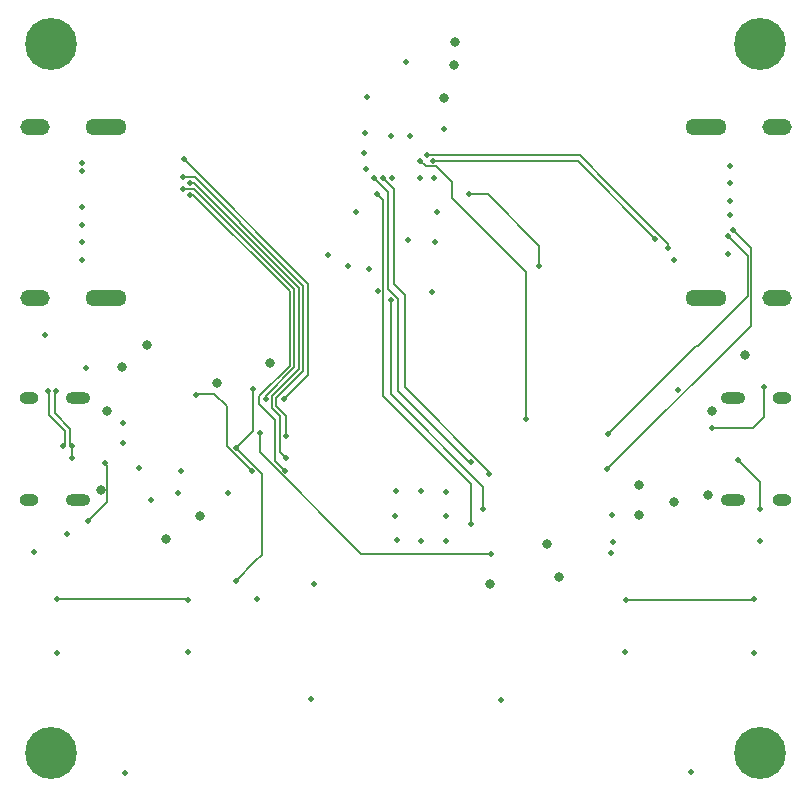
<source format=gbl>
G04 #@! TF.GenerationSoftware,KiCad,Pcbnew,8.0.4*
G04 #@! TF.CreationDate,2024-09-02T22:22:01-07:00*
G04 #@! TF.ProjectId,HDMI Breakout,48444d49-2042-4726-9561-6b6f75742e6b,rev?*
G04 #@! TF.SameCoordinates,Original*
G04 #@! TF.FileFunction,Copper,L4,Bot*
G04 #@! TF.FilePolarity,Positive*
%FSLAX46Y46*%
G04 Gerber Fmt 4.6, Leading zero omitted, Abs format (unit mm)*
G04 Created by KiCad (PCBNEW 8.0.4) date 2024-09-02 22:22:01*
%MOMM*%
%LPD*%
G01*
G04 APERTURE LIST*
G04 #@! TA.AperFunction,ComponentPad*
%ADD10O,3.500000X1.350000*%
G04 #@! TD*
G04 #@! TA.AperFunction,ComponentPad*
%ADD11O,2.500000X1.350000*%
G04 #@! TD*
G04 #@! TA.AperFunction,ComponentPad*
%ADD12O,2.100000X1.000000*%
G04 #@! TD*
G04 #@! TA.AperFunction,ComponentPad*
%ADD13O,1.600000X1.000000*%
G04 #@! TD*
G04 #@! TA.AperFunction,ComponentPad*
%ADD14C,4.400000*%
G04 #@! TD*
G04 #@! TA.AperFunction,ViaPad*
%ADD15C,0.500000*%
G04 #@! TD*
G04 #@! TA.AperFunction,ViaPad*
%ADD16C,0.800000*%
G04 #@! TD*
G04 #@! TA.AperFunction,Conductor*
%ADD17C,0.200000*%
G04 #@! TD*
G04 APERTURE END LIST*
D10*
X59624959Y-62012700D03*
D11*
X53624959Y-62012700D03*
D10*
X59624959Y-76512700D03*
D11*
X53624959Y-76512700D03*
D10*
X110415041Y-76467300D03*
D11*
X116415041Y-76467300D03*
D10*
X110415041Y-61967300D03*
D11*
X116415041Y-61967300D03*
D12*
X57280000Y-84930000D03*
D13*
X53100000Y-84930000D03*
D12*
X57280000Y-93570000D03*
D13*
X53100000Y-93570000D03*
D14*
X115000000Y-55000000D03*
X115000000Y-115000000D03*
D12*
X112720000Y-93570000D03*
D13*
X116900000Y-93570000D03*
D12*
X112720000Y-84930000D03*
D13*
X116900000Y-84930000D03*
D14*
X55000000Y-55000000D03*
X55000000Y-115000000D03*
D15*
X87490000Y-71720000D03*
X81510000Y-64180000D03*
D16*
X88290000Y-59580000D03*
D15*
X81910000Y-73980000D03*
X87440000Y-66340000D03*
X81680000Y-65560000D03*
X81760000Y-59460000D03*
X66550000Y-106480000D03*
X88390000Y-97020000D03*
D16*
X107730000Y-93740000D03*
D15*
X112310000Y-72750000D03*
X57630000Y-70270000D03*
X53510000Y-97950000D03*
D16*
X92190000Y-100680000D03*
X69010000Y-83660000D03*
D15*
X108050000Y-84250000D03*
X86220000Y-66330000D03*
X61050000Y-87020000D03*
X115040000Y-97060000D03*
X57590000Y-65750000D03*
X57920000Y-82390000D03*
X63430000Y-93610000D03*
X112440000Y-66760000D03*
X87650000Y-69210000D03*
X88420000Y-94960000D03*
X69950000Y-92950000D03*
X86300000Y-92800000D03*
X85250000Y-71560000D03*
X85010000Y-56500000D03*
D16*
X113770000Y-81300000D03*
D15*
X83820000Y-66350000D03*
X57630000Y-73250000D03*
X103580000Y-106480000D03*
D16*
X67570000Y-94950000D03*
X89110000Y-56740000D03*
D15*
X112450000Y-68250000D03*
X66000000Y-91110000D03*
X57630000Y-68750000D03*
X55450000Y-106500000D03*
X84120000Y-94960000D03*
X54460000Y-79650000D03*
D16*
X59710000Y-86070000D03*
D15*
X85390000Y-62730000D03*
D16*
X61010000Y-82290000D03*
D15*
X109200000Y-116590000D03*
X114470000Y-106510000D03*
X72410000Y-101990000D03*
X112450000Y-69450000D03*
X77280000Y-100680000D03*
X57630000Y-71750000D03*
X87280000Y-75960000D03*
X78430000Y-72830000D03*
X82692000Y-75870000D03*
X88390000Y-92870000D03*
D16*
X110980000Y-86060000D03*
D15*
X84260000Y-96980000D03*
X86300000Y-97070000D03*
D16*
X97960000Y-100080000D03*
D15*
X102460000Y-94860000D03*
X102410000Y-98100000D03*
D16*
X110570000Y-93130000D03*
X59180000Y-92770000D03*
D15*
X81550000Y-62480000D03*
X56340000Y-96470000D03*
X88280000Y-62200000D03*
X84190000Y-92840000D03*
X61220000Y-116680000D03*
X80840000Y-69210000D03*
X112440000Y-65260000D03*
X80150000Y-73760000D03*
X62410000Y-90900000D03*
X61090000Y-88790000D03*
X76980000Y-110460000D03*
D16*
X73540000Y-81950000D03*
D15*
X93080000Y-110490000D03*
X65730000Y-92950000D03*
X83790000Y-62740000D03*
X102540000Y-97120000D03*
D16*
X97010000Y-97300000D03*
X64760000Y-96840000D03*
D15*
X107750000Y-73250000D03*
D16*
X104740000Y-92300000D03*
X63140000Y-80430000D03*
X104750000Y-94810000D03*
D15*
X57620000Y-65040000D03*
D16*
X89160000Y-54840000D03*
D15*
X86250000Y-64870000D03*
X95180000Y-86730000D03*
X66200000Y-66250000D03*
X74850000Y-88200000D03*
X66210000Y-64750000D03*
X74680000Y-85000000D03*
X66190000Y-67260000D03*
X73180000Y-85020000D03*
X74850000Y-90000000D03*
X66770000Y-66760000D03*
X74830000Y-91090000D03*
X66720000Y-67750000D03*
X106140000Y-71440000D03*
X87290000Y-64890000D03*
X102160000Y-87980000D03*
X112320000Y-71240000D03*
X96310000Y-73750000D03*
X90390000Y-67710000D03*
X112750000Y-70740000D03*
X102090000Y-90980000D03*
X86850000Y-64410000D03*
X107230000Y-72250000D03*
X92090000Y-91370000D03*
X83090000Y-66340000D03*
X90510000Y-90365944D03*
X82360000Y-66330000D03*
X90550000Y-95580000D03*
X82619998Y-67680000D03*
X91580000Y-94320000D03*
X83749999Y-76640000D03*
X55530000Y-101990000D03*
X70650000Y-89180000D03*
X72120000Y-84150000D03*
X66550000Y-102010000D03*
X70660000Y-100400000D03*
X103640000Y-102010000D03*
X72670000Y-87880000D03*
X92230000Y-98130000D03*
X114470000Y-101970000D03*
X56010000Y-89000000D03*
X54695000Y-84310000D03*
X56750000Y-89000000D03*
X55445000Y-84310000D03*
X56750000Y-90000000D03*
X67240000Y-84660000D03*
X71960000Y-91110000D03*
X58100000Y-95390000D03*
X59540000Y-90460000D03*
X110940000Y-87500000D03*
X115330000Y-84040000D03*
X115030000Y-94360000D03*
X113170000Y-90190000D03*
D17*
X88920000Y-66670000D02*
X87580000Y-65330000D01*
X86710000Y-65330000D02*
X86250000Y-64870000D01*
X87580000Y-65330000D02*
X86710000Y-65330000D01*
X95180000Y-74260000D02*
X88920000Y-68000000D01*
X95180000Y-86730000D02*
X95180000Y-74260000D01*
X88920000Y-68000000D02*
X88920000Y-66670000D01*
X70980000Y-70081177D02*
X67148823Y-66250000D01*
X76330000Y-75440000D02*
X70980000Y-70090000D01*
X76330000Y-82671177D02*
X76330000Y-75440000D01*
X74850000Y-86430000D02*
X74040000Y-85620000D01*
X74040000Y-84961177D02*
X76330000Y-82671177D01*
X70980000Y-70090000D02*
X70980000Y-70081177D01*
X74850000Y-88200000D02*
X74850000Y-86430000D01*
X74040000Y-85620000D02*
X74040000Y-84961177D01*
X67148823Y-66250000D02*
X66200000Y-66250000D01*
X74680000Y-85000000D02*
X76710000Y-82970000D01*
X76710000Y-75250000D02*
X66210000Y-64750000D01*
X76710000Y-82970000D02*
X76710000Y-75250000D01*
X67075196Y-67260000D02*
X66190000Y-67260000D01*
X73180000Y-85020000D02*
X73180000Y-84746373D01*
X75570000Y-82356373D02*
X75570000Y-75754804D01*
X75570000Y-75754804D02*
X67075196Y-67260000D01*
X73180000Y-84746373D02*
X75570000Y-82356373D01*
X75950000Y-82513775D02*
X75950000Y-75597402D01*
X73660000Y-85777402D02*
X73660000Y-84803775D01*
X74850000Y-90000000D02*
X74370000Y-89520000D01*
X75950000Y-75597402D02*
X67112598Y-66760000D01*
X74370000Y-89520000D02*
X74370000Y-86487402D01*
X67112598Y-66760000D02*
X66770000Y-66760000D01*
X73660000Y-84803775D02*
X75950000Y-82513775D01*
X74370000Y-86487402D02*
X73660000Y-85777402D01*
X67027794Y-67750000D02*
X75190000Y-75912206D01*
X72620000Y-85410000D02*
X72620000Y-84768972D01*
X75190000Y-82198972D02*
X75190000Y-75912206D01*
X72620000Y-84768972D02*
X75190000Y-82198972D01*
X74830000Y-91090000D02*
X73990000Y-90250000D01*
X67027794Y-67750000D02*
X66720000Y-67750000D01*
X73990000Y-90250000D02*
X73990000Y-86780000D01*
X73990000Y-86780000D02*
X72620000Y-85410000D01*
X106140000Y-71440000D02*
X99590000Y-64890000D01*
X99590000Y-64890000D02*
X87290000Y-64890000D01*
X109790000Y-80510000D02*
X113980000Y-76320000D01*
X113980000Y-76320000D02*
X113980000Y-72900000D01*
X113980000Y-72900000D02*
X112320000Y-71240000D01*
X102160000Y-87980000D02*
X109630000Y-80510000D01*
X109630000Y-80510000D02*
X109790000Y-80510000D01*
X96310000Y-72080000D02*
X96310000Y-73750000D01*
X91940000Y-67710000D02*
X96310000Y-72080000D01*
X90390000Y-67710000D02*
X91940000Y-67710000D01*
X102090000Y-90980000D02*
X114260000Y-78810000D01*
X114260000Y-72250000D02*
X112750000Y-70740000D01*
X114260000Y-78810000D02*
X114260000Y-72250000D01*
X99730000Y-64410000D02*
X86850000Y-64410000D01*
X107230000Y-72250000D02*
X107230000Y-71921888D01*
X102320000Y-67011888D02*
X102320000Y-67000000D01*
X102320000Y-67000000D02*
X99730000Y-64410000D01*
X107230000Y-71921888D02*
X102320000Y-67011888D01*
X92090000Y-91180000D02*
X84960000Y-84050000D01*
X92090000Y-91370000D02*
X92090000Y-91180000D01*
X83990000Y-67240000D02*
X83090000Y-66340000D01*
X84960000Y-76250000D02*
X83990000Y-75280000D01*
X84960000Y-84050000D02*
X84960000Y-76250000D01*
X83990000Y-75280000D02*
X83990000Y-67240000D01*
X90510000Y-90365944D02*
X90335944Y-90365944D01*
X83530000Y-75710000D02*
X83530000Y-67500000D01*
X83530000Y-67500000D02*
X82360000Y-66330000D01*
X84350000Y-84380000D02*
X84350000Y-76530000D01*
X84350000Y-76530000D02*
X83530000Y-75710000D01*
X90335944Y-90365944D02*
X84350000Y-84380000D01*
X82619998Y-67680000D02*
X83122000Y-68182002D01*
X83122000Y-68182002D02*
X83122000Y-84772000D01*
X83122000Y-84772000D02*
X90550000Y-92200000D01*
X90550000Y-92200000D02*
X90550000Y-95580000D01*
X83749999Y-76640000D02*
X83749999Y-84619999D01*
X83749999Y-84619999D02*
X91580000Y-92450000D01*
X91580000Y-92450000D02*
X91580000Y-94320000D01*
X70650000Y-89180000D02*
X72120000Y-87710000D01*
X72850000Y-98220000D02*
X72290000Y-98780000D01*
X55530000Y-101990000D02*
X66530000Y-101990000D01*
X70670000Y-89180000D02*
X72850000Y-91360000D01*
X72290000Y-98780000D02*
X72280000Y-98780000D01*
X72280000Y-98780000D02*
X70660000Y-100400000D01*
X72850000Y-91360000D02*
X72850000Y-98220000D01*
X70650000Y-89180000D02*
X70670000Y-89180000D01*
X72120000Y-87710000D02*
X72120000Y-84150000D01*
X66530000Y-101990000D02*
X66550000Y-102010000D01*
X81261888Y-98130000D02*
X92230000Y-98130000D01*
X72670000Y-87880000D02*
X72670000Y-89538112D01*
X114430000Y-102010000D02*
X114470000Y-101970000D01*
X103640000Y-102010000D02*
X114430000Y-102010000D01*
X72670000Y-89538112D02*
X81261888Y-98130000D01*
X56154999Y-88855001D02*
X56154999Y-87723199D01*
X56154999Y-87723199D02*
X54844999Y-86413199D01*
X54844999Y-86413199D02*
X54844999Y-84459999D01*
X54844999Y-84459999D02*
X54695000Y-84310000D01*
X56010000Y-89000000D02*
X56154999Y-88855001D01*
X55295001Y-86226801D02*
X55295001Y-84459999D01*
X56605001Y-87536801D02*
X55295001Y-86226801D01*
X56750000Y-89000000D02*
X56605001Y-88855001D01*
X56605001Y-88855001D02*
X56605001Y-87536801D01*
X55295001Y-84459999D02*
X55445000Y-84310000D01*
X56750000Y-90000000D02*
X56750000Y-89000000D01*
X68810000Y-84580000D02*
X68810000Y-84610000D01*
X69860000Y-85660000D02*
X69860000Y-88998112D01*
X69860000Y-88998112D02*
X71960000Y-91098112D01*
X67240000Y-84660000D02*
X67320000Y-84580000D01*
X71960000Y-91098112D02*
X71960000Y-91110000D01*
X68810000Y-84610000D02*
X69860000Y-85660000D01*
X67320000Y-84580000D02*
X68810000Y-84580000D01*
X59760000Y-93730000D02*
X58100000Y-95390000D01*
X59540000Y-90460000D02*
X59760000Y-90680000D01*
X59760000Y-90680000D02*
X59760000Y-93730000D01*
X114430000Y-87490000D02*
X115330000Y-86590000D01*
X112830000Y-87500000D02*
X112840000Y-87490000D01*
X112840000Y-87490000D02*
X114430000Y-87490000D01*
X110940000Y-87500000D02*
X112830000Y-87500000D01*
X115330000Y-86590000D02*
X115330000Y-84040000D01*
X115030000Y-92050000D02*
X115030000Y-94360000D01*
X113170000Y-90190000D02*
X115030000Y-92050000D01*
M02*

</source>
